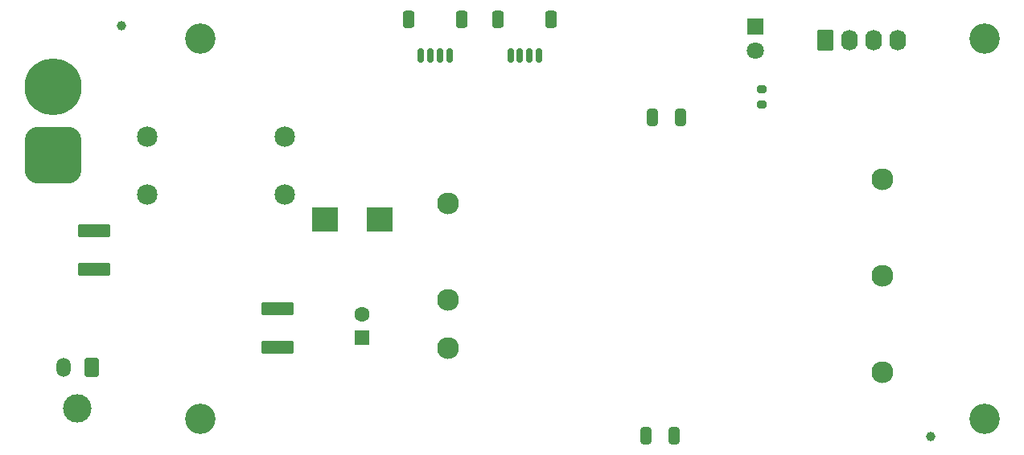
<source format=gbr>
%TF.GenerationSoftware,KiCad,Pcbnew,7.0.7*%
%TF.CreationDate,2024-04-17T16:30:55-07:00*%
%TF.ProjectId,power_board_12V,706f7765-725f-4626-9f61-72645f313256,rev?*%
%TF.SameCoordinates,Original*%
%TF.FileFunction,Soldermask,Top*%
%TF.FilePolarity,Negative*%
%FSLAX46Y46*%
G04 Gerber Fmt 4.6, Leading zero omitted, Abs format (unit mm)*
G04 Created by KiCad (PCBNEW 7.0.7) date 2024-04-17 16:30:55*
%MOMM*%
%LPD*%
G01*
G04 APERTURE LIST*
G04 Aperture macros list*
%AMRoundRect*
0 Rectangle with rounded corners*
0 $1 Rounding radius*
0 $2 $3 $4 $5 $6 $7 $8 $9 X,Y pos of 4 corners*
0 Add a 4 corners polygon primitive as box body*
4,1,4,$2,$3,$4,$5,$6,$7,$8,$9,$2,$3,0*
0 Add four circle primitives for the rounded corners*
1,1,$1+$1,$2,$3*
1,1,$1+$1,$4,$5*
1,1,$1+$1,$6,$7*
1,1,$1+$1,$8,$9*
0 Add four rect primitives between the rounded corners*
20,1,$1+$1,$2,$3,$4,$5,0*
20,1,$1+$1,$4,$5,$6,$7,0*
20,1,$1+$1,$6,$7,$8,$9,0*
20,1,$1+$1,$8,$9,$2,$3,0*%
G04 Aperture macros list end*
%ADD10RoundRect,0.249999X1.450001X-0.450001X1.450001X0.450001X-1.450001X0.450001X-1.450001X-0.450001X0*%
%ADD11C,1.000000*%
%ADD12RoundRect,0.250000X-0.620000X-0.845000X0.620000X-0.845000X0.620000X0.845000X-0.620000X0.845000X0*%
%ADD13O,1.740000X2.190000*%
%ADD14RoundRect,0.150000X0.150000X0.625000X-0.150000X0.625000X-0.150000X-0.625000X0.150000X-0.625000X0*%
%ADD15RoundRect,0.250000X0.350000X0.650000X-0.350000X0.650000X-0.350000X-0.650000X0.350000X-0.650000X0*%
%ADD16C,3.200000*%
%ADD17RoundRect,0.250000X-0.325000X-0.650000X0.325000X-0.650000X0.325000X0.650000X-0.325000X0.650000X0*%
%ADD18C,3.000000*%
%ADD19RoundRect,0.250001X0.499999X0.759999X-0.499999X0.759999X-0.499999X-0.759999X0.499999X-0.759999X0*%
%ADD20O,1.500000X2.020000*%
%ADD21C,2.159000*%
%ADD22C,2.300000*%
%ADD23RoundRect,1.500000X1.500000X-1.500000X1.500000X1.500000X-1.500000X1.500000X-1.500000X-1.500000X0*%
%ADD24C,6.000000*%
%ADD25R,1.600000X1.600000*%
%ADD26C,1.600000*%
%ADD27R,2.755900X2.500000*%
%ADD28RoundRect,0.200000X0.275000X-0.200000X0.275000X0.200000X-0.275000X0.200000X-0.275000X-0.200000X0*%
%ADD29R,1.800000X1.800000*%
%ADD30C,1.800000*%
G04 APERTURE END LIST*
D10*
%TO.C,C3*%
X100965000Y-87503000D03*
X100965000Y-83403000D03*
%TD*%
D11*
%TO.C,FID1*%
X169722800Y-96875600D03*
%TD*%
D10*
%TO.C,C1*%
X81661000Y-79266000D03*
X81661000Y-75166000D03*
%TD*%
D12*
%TO.C,J4*%
X158623000Y-55118000D03*
D13*
X161163000Y-55118000D03*
X163703000Y-55118000D03*
X166243000Y-55118000D03*
%TD*%
D14*
%TO.C,J3*%
X128506000Y-56767000D03*
X127506000Y-56767000D03*
X126506000Y-56767000D03*
X125506000Y-56767000D03*
D15*
X129806000Y-52892000D03*
X124206000Y-52892000D03*
%TD*%
D16*
%TO.C,H1*%
X92862400Y-54996000D03*
%TD*%
D14*
%TO.C,J2*%
X119096000Y-56767000D03*
X118096000Y-56767000D03*
X117096000Y-56767000D03*
X116096000Y-56767000D03*
D15*
X120396000Y-52892000D03*
X114796000Y-52892000D03*
%TD*%
D16*
%TO.C,H4*%
X175412400Y-94996000D03*
%TD*%
%TO.C,H3*%
X175412400Y-54996000D03*
%TD*%
D17*
%TO.C,C5*%
X140433000Y-63246000D03*
X143383000Y-63246000D03*
%TD*%
D18*
%TO.C,J1*%
X79932400Y-93931200D03*
D19*
X81432400Y-89611200D03*
D20*
X78432400Y-89611200D03*
%TD*%
D21*
%TO.C,L1*%
X87249000Y-71378003D03*
X101748997Y-71378003D03*
X101748997Y-65278000D03*
X87249000Y-65278000D03*
%TD*%
D22*
%TO.C,PS1*%
X118953000Y-87565000D03*
X118953000Y-82485000D03*
X118953000Y-72325000D03*
X164673000Y-90105000D03*
X164673000Y-79945000D03*
X164673000Y-69785000D03*
%TD*%
D17*
%TO.C,C6*%
X139749000Y-96774000D03*
X142699000Y-96774000D03*
%TD*%
D23*
%TO.C,J5*%
X77343000Y-67227000D03*
D24*
X77343000Y-60027000D03*
%TD*%
D25*
%TO.C,C4*%
X109855000Y-86487000D03*
D26*
X109855000Y-83987000D03*
%TD*%
D27*
%TO.C,L2*%
X105962450Y-74041000D03*
X111715550Y-74041000D03*
%TD*%
D16*
%TO.C,H2*%
X92862400Y-94996000D03*
%TD*%
D28*
%TO.C,R4*%
X151956000Y-61912000D03*
X151956000Y-60262000D03*
%TD*%
D29*
%TO.C,D1*%
X151257000Y-53721000D03*
D30*
X151257000Y-56261000D03*
%TD*%
D11*
%TO.C,FID2*%
X84582000Y-53594000D03*
%TD*%
M02*

</source>
